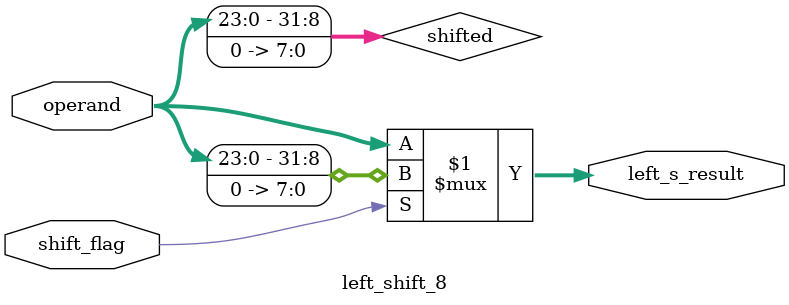
<source format=v>
module left_shift_8 (shift_flag,left_s_result,operand);
	input[31:0] operand;
	input shift_flag;
	output[31:0] left_s_result;

	wire[31:0] shifted;
	assign shifted[31:8] = operand[23:0];
	assign shifted[7:0] = 8'b0;

	assign left_s_result = shift_flag ? shifted:operand;	


endmodule
</source>
